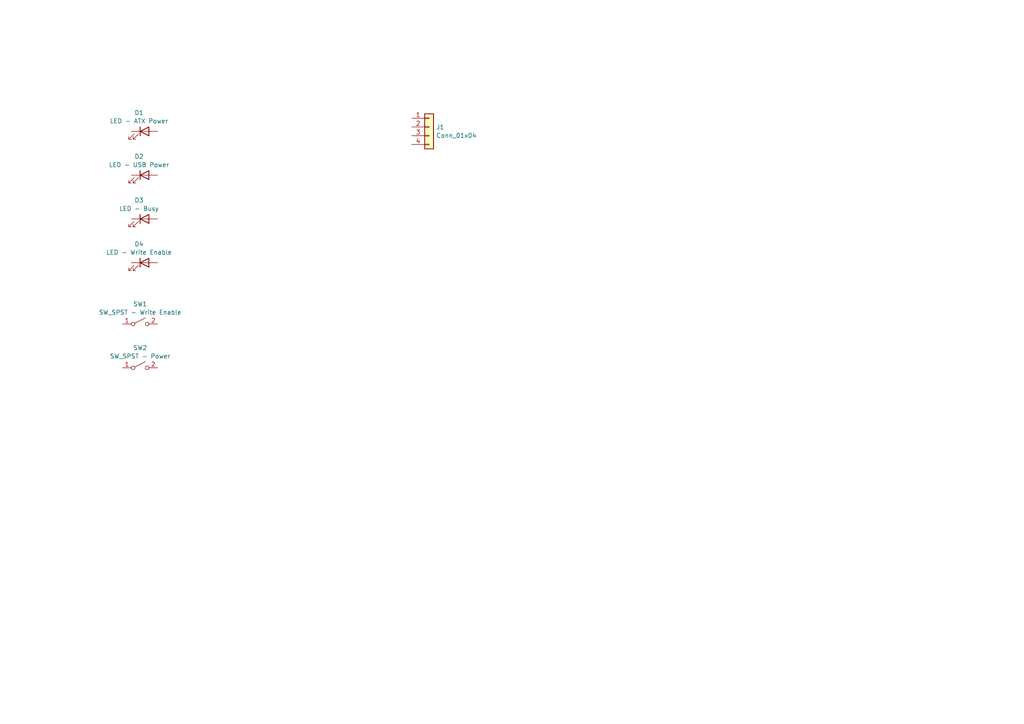
<source format=kicad_sch>
(kicad_sch (version 20230121) (generator eeschema)
  (paper "A4")
  (lib_symbols
    (symbol "Connector_Generic:Conn_01x04" (pin_names (offset 1.016) hide)
      (property "Reference" "J" (at 0 5.08 0))
      (property "Value" "Conn_01x04" (at 0 -7.62 0))
      (symbol "Conn_01x04_1_1"
        (rectangle (start -1.27 -4.953) (end 0 -5.207) (stroke (width 0.1524)))
        (rectangle (start -1.27 -2.413) (end 0 -2.667) (stroke (width 0.1524)))
        (rectangle (start -1.27 0.127) (end 0 -0.127) (stroke (width 0.1524)))
        (rectangle (start -1.27 2.667) (end 0 2.413) (stroke (width 0.1524)))
        (rectangle (start -1.27 3.81) (end 1.27 -6.35) (stroke (width 0.254)) (fill (type background)))
        (pin passive line (at -5.08 2.54 0) (length 3.81) (name "Pin_1") (number "1"))
        (pin passive line (at -5.08 0 0) (length 3.81) (name "Pin_2") (number "2"))
        (pin passive line (at -5.08 -2.54 0) (length 3.81) (name "Pin_3") (number "3"))
        (pin passive line (at -5.08 -5.08 0) (length 3.81) (name "Pin_4") (number "4"))
      )
    )
    (symbol "Device:LED" (pin_numbers hide) (pin_names (offset 1.016) hide)
      (property "Reference" "D" (at 0 2.54 0))
      (property "Value" "LED" (at 0 -2.54 0))
      (symbol "LED_0_1"
        (polyline (pts (xy -1.27 -1.27) (xy -1.27 1.27)) (stroke (width 0.254)))
        (polyline (pts (xy -1.27 0) (xy 1.27 0)))
        (polyline (pts (xy 1.27 -1.27) (xy 1.27 1.27) (xy -1.27 0) (xy 1.27 -1.27)) (stroke (width 0.254)))
        (polyline (pts (xy -3.048 -0.762) (xy -4.572 -2.286) (xy -3.81 -2.286) (xy -4.572 -2.286) (xy -4.572 -1.524)))
        (polyline (pts (xy -1.778 -0.762) (xy -3.302 -2.286) (xy -2.54 -2.286) (xy -3.302 -2.286) (xy -3.302 -1.524)))
      )
      (symbol "LED_1_1"
        (pin passive line (at -3.81 0 0) (length 2.54) (name "K") (number "1"))
        (pin passive line (at 3.81 0 180) (length 2.54) (name "A") (number "2"))
      )
    )
    (symbol "Switch:SW_SPST" (pin_names (offset 0) hide)
      (property "Reference" "SW" (at 0 3.175 0))
      (property "Value" "SW_SPST" (at 0 -2.54 0))
      (symbol "SW_SPST_0_0"
        (circle (center -2.032 0) (radius 0.508))
        (polyline (pts (xy -1.524 0.254) (xy 1.524 1.778)))
        (circle (center 2.032 0) (radius 0.508))
      )
      (symbol "SW_SPST_1_1"
        (pin passive line (at -5.08 0 0) (length 2.54) (name "A") (number "1"))
        (pin passive line (at 5.08 0 180) (length 2.54) (name "B") (number "2"))
      )
    )
  )
  (symbol (lib_id "Device:LED") (at 41.91 63.5 0) (unit 1)
    (property "Reference" "D3" (at 40.3225 58.0857 0))
    (property "Value" "LED - Busy" (at 40.3225 60.5099 0))
  )
  (symbol (lib_id "Switch:SW_SPST") (at 40.64 93.98 0) (unit 1)
    (property "Reference" "SW1" (at 40.64 88.1847 0))
    (property "Value" "SW_SPST - Write Enable" (at 40.64 90.6089 0))
  )
  (symbol (lib_id "Device:LED") (at 41.91 76.2 0) (unit 1)
    (property "Reference" "D4" (at 40.3225 70.7857 0))
    (property "Value" "LED - Write Enable" (at 40.3225 73.2099 0))
  )
  (symbol (lib_id "Switch:SW_SPST") (at 40.64 106.68 0) (unit 1)
    (property "Reference" "SW2" (at 40.64 100.8847 0))
    (property "Value" "SW_SPST - Power" (at 40.64 103.3089 0))
  )
  (symbol (lib_id "Device:LED") (at 41.91 50.8 0) (unit 1)
    (property "Reference" "D2" (at 40.3225 45.3857 0))
    (property "Value" "LED - USB Power" (at 40.3225 47.8099 0))
  )
  (symbol (lib_id "Connector_Generic:Conn_01x04") (at 124.46 36.83 0) (unit 1)
    (property "Reference" "J1" (at 126.492 36.8879 0) (effects (justify left)))
    (property "Value" "Conn_01x04" (at 126.492 39.3121 0) (effects (justify left)))
  )
  (symbol (lib_id "Device:LED") (at 41.91 38.1 0) (unit 1)
    (property "Reference" "D1" (at 40.3225 32.6857 0))
    (property "Value" "LED - ATX Power" (at 40.3225 35.1099 0))
  )
)
</source>
